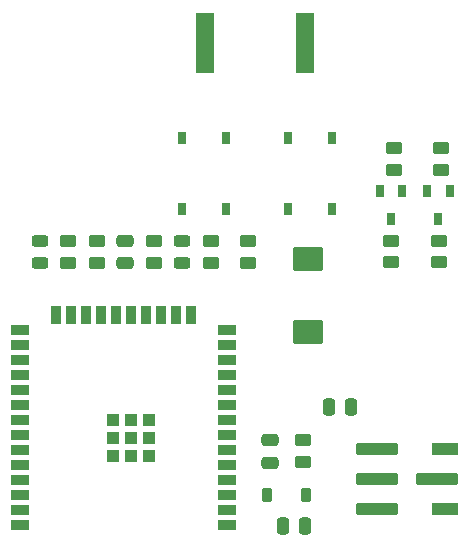
<source format=gtp>
G04 #@! TF.GenerationSoftware,KiCad,Pcbnew,7.0.7*
G04 #@! TF.CreationDate,2023-10-13T16:37:57+02:00*
G04 #@! TF.ProjectId,ithowifi_4l,6974686f-7769-4666-995f-346c2e6b6963,rev?*
G04 #@! TF.SameCoordinates,Original*
G04 #@! TF.FileFunction,Paste,Top*
G04 #@! TF.FilePolarity,Positive*
%FSLAX46Y46*%
G04 Gerber Fmt 4.6, Leading zero omitted, Abs format (unit mm)*
G04 Created by KiCad (PCBNEW 7.0.7) date 2023-10-13 16:37:57*
%MOMM*%
%LPD*%
G01*
G04 APERTURE LIST*
G04 Aperture macros list*
%AMRoundRect*
0 Rectangle with rounded corners*
0 $1 Rounding radius*
0 $2 $3 $4 $5 $6 $7 $8 $9 X,Y pos of 4 corners*
0 Add a 4 corners polygon primitive as box body*
4,1,4,$2,$3,$4,$5,$6,$7,$8,$9,$2,$3,0*
0 Add four circle primitives for the rounded corners*
1,1,$1+$1,$2,$3*
1,1,$1+$1,$4,$5*
1,1,$1+$1,$6,$7*
1,1,$1+$1,$8,$9*
0 Add four rect primitives between the rounded corners*
20,1,$1+$1,$2,$3,$4,$5,0*
20,1,$1+$1,$4,$5,$6,$7,0*
20,1,$1+$1,$6,$7,$8,$9,0*
20,1,$1+$1,$8,$9,$2,$3,0*%
G04 Aperture macros list end*
%ADD10R,0.700000X1.000000*%
%ADD11RoundRect,0.250000X-0.450000X0.262500X-0.450000X-0.262500X0.450000X-0.262500X0.450000X0.262500X0*%
%ADD12R,1.500000X0.900000*%
%ADD13R,0.900000X1.500000*%
%ADD14R,1.050000X1.050000*%
%ADD15RoundRect,0.243750X0.456250X-0.243750X0.456250X0.243750X-0.456250X0.243750X-0.456250X-0.243750X0*%
%ADD16R,0.750000X1.000000*%
%ADD17RoundRect,0.250000X0.250000X0.475000X-0.250000X0.475000X-0.250000X-0.475000X0.250000X-0.475000X0*%
%ADD18RoundRect,0.250000X0.450000X-0.262500X0.450000X0.262500X-0.450000X0.262500X-0.450000X-0.262500X0*%
%ADD19RoundRect,0.250000X0.475000X-0.250000X0.475000X0.250000X-0.475000X0.250000X-0.475000X-0.250000X0*%
%ADD20RoundRect,0.250000X1.025000X-0.787500X1.025000X0.787500X-1.025000X0.787500X-1.025000X-0.787500X0*%
%ADD21RoundRect,0.250000X-0.250000X-0.475000X0.250000X-0.475000X0.250000X0.475000X-0.250000X0.475000X0*%
%ADD22RoundRect,0.225000X0.225000X0.375000X-0.225000X0.375000X-0.225000X-0.375000X0.225000X-0.375000X0*%
%ADD23RoundRect,0.105000X-1.655000X0.420000X-1.655000X-0.420000X1.655000X-0.420000X1.655000X0.420000X0*%
%ADD24RoundRect,0.105000X-1.005000X0.420000X-1.005000X-0.420000X1.005000X-0.420000X1.005000X0.420000X0*%
%ADD25R,1.500000X5.080000*%
G04 APERTURE END LIST*
D10*
X119608600Y-120339000D03*
X117708600Y-120339000D03*
X118658600Y-122739000D03*
D11*
X118872000Y-116711900D03*
X118872000Y-118536900D03*
D12*
X104727600Y-148613600D03*
X104727600Y-147343600D03*
X104727600Y-146073600D03*
X104727600Y-144803600D03*
X104727600Y-143533600D03*
X104727600Y-142263600D03*
X104727600Y-140993600D03*
X104727600Y-139723600D03*
X104727600Y-138453600D03*
X104727600Y-137183600D03*
X104727600Y-135913600D03*
X104727600Y-134643600D03*
X104727600Y-133373600D03*
X104727600Y-132103600D03*
D13*
X101697600Y-130853600D03*
X100427600Y-130853600D03*
X99157600Y-130853600D03*
X97887600Y-130853600D03*
X96617600Y-130853600D03*
X95347600Y-130853600D03*
X94077600Y-130853600D03*
X92807600Y-130853600D03*
X91537600Y-130853600D03*
X90267600Y-130853600D03*
D12*
X87227600Y-132103600D03*
X87227600Y-133373600D03*
X87227600Y-134643600D03*
X87227600Y-135913600D03*
X87227600Y-137183600D03*
X87227600Y-138453600D03*
X87227600Y-139723600D03*
X87227600Y-140993600D03*
X87227600Y-142263600D03*
X87227600Y-143533600D03*
X87227600Y-144803600D03*
X87227600Y-146073600D03*
X87227600Y-147343600D03*
X87227600Y-148613600D03*
D14*
X98182600Y-142798600D03*
X98182600Y-141273600D03*
X98182600Y-139748600D03*
X96657600Y-142798600D03*
X96657600Y-141273600D03*
X96657600Y-139748600D03*
X95132600Y-142798600D03*
X95132600Y-141273600D03*
X95132600Y-139748600D03*
D11*
X91313000Y-124588900D03*
X91313000Y-126413900D03*
X106536000Y-124597500D03*
X106536000Y-126422500D03*
X118618000Y-124548500D03*
X118618000Y-126373500D03*
D15*
X88900000Y-126438900D03*
X88900000Y-124563900D03*
D16*
X109925000Y-115872000D03*
X109925000Y-121872000D03*
X113675000Y-115872000D03*
X113675000Y-121872000D03*
D17*
X115250000Y-138684000D03*
X113350000Y-138684000D03*
D10*
X123606600Y-120339000D03*
X121706600Y-120339000D03*
X122656600Y-122739000D03*
D18*
X122859800Y-118536900D03*
X122859800Y-116711900D03*
D11*
X122682000Y-124548500D03*
X122682000Y-126373500D03*
D19*
X96139000Y-126451400D03*
X96139000Y-124551400D03*
D18*
X98552000Y-126428000D03*
X98552000Y-124603000D03*
D20*
X111632000Y-132308600D03*
X111632000Y-126083600D03*
D21*
X109486900Y-148751000D03*
X111386900Y-148751000D03*
D19*
X108377500Y-143351000D03*
X108377500Y-141451000D03*
D22*
X111425500Y-146084000D03*
X108125500Y-146084000D03*
D18*
X111171500Y-143290000D03*
X111171500Y-141465000D03*
X93726000Y-126413900D03*
X93726000Y-124588900D03*
X103378000Y-126428000D03*
X103378000Y-124603000D03*
D15*
X100965000Y-126453000D03*
X100965000Y-124578000D03*
D16*
X104675000Y-121872000D03*
X104675000Y-115872000D03*
X100925000Y-121872000D03*
X100925000Y-115872000D03*
D23*
X117475000Y-142240000D03*
X117475000Y-144780000D03*
X117475000Y-147320000D03*
D24*
X123205000Y-147320000D03*
D23*
X122555000Y-144780000D03*
D24*
X123205000Y-142240000D03*
D25*
X102850000Y-107848400D03*
X111350000Y-107848400D03*
M02*

</source>
